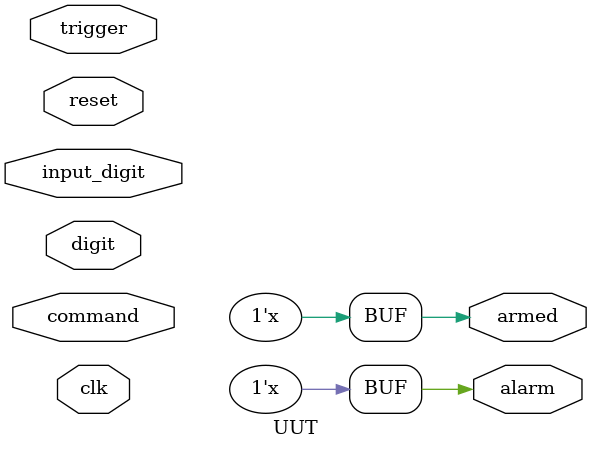
<source format=v>

/*
 *  OffCourse::Verilog
 *		- Home Security UUT
 *
 *  Copyright: Sybe
 *  License: GPLv3 or later
 */

module UUT (
    input reset,
    input clk,
    input [1:0] command,
    input [3:0] digit,
    input input_digit,
    input trigger,
    output reg alarm,
    output reg armed
	);

parameter DISARMED = 0,
ARM0 = 1,
ARM1 = 2,
ARM2 = 3,
ARMED = 4,
DISARM0 = 5,
DISARM1= 6,
DISARM2 = 7,
ALARM = 8,
ARM1B = 9,
ARM2B = 10,
DISARM1B = 11,
DISARM2B  = 12;

reg [3:0] state, next_state;

always @(posedge clk)begin
    if(reset) begin
    state <= DISARMED;
    end
    else begin
    state <= next_state;
    end
end

always @(*)begin
next_state = state;
alarm = alarm;
armed = armed;
    case(state)
    DISARMED: begin
    if(command == 2'b01) next_state = ARM0; else next_state = DISARMED;
    end
    ARM0: begin
    if(input_digit == 1 && digit == 1) next_state = ARM1;
    else if(input_digit == 1 && digit != 1) next_state = ARM1B;
    else next_state = ARM0;
    end
    ARM1: begin
    if(input_digit == 1 && digit == 2) next_state = ARM2;
    else if(input_digit == 1 && digit != 2) next_state = ARM2B;
    else next_state = ARM1;
    end
    ARM1B: begin
    if(input_digit == 1) next_state = ARM2B;
    else next_state = ARM1B;
    end
    ARM2B: begin
    if(input_digit == 1) next_state = DISARMED;
    else next_state = ARM2B;
    end
    ARM2: begin
    if(input_digit == 1 && digit == 4) next_state = ARMED;
    else if(input_digit == 1 && digit != 4) next_state = DISARMED;
    else next_state = ARM2;
    end
    ARMED: begin
    if(trigger == 1) next_state = ALARM;
    else if(trigger == 0 && command == 2) next_state = DISARM0;
    else next_state = ARMED;
    end
    ALARM: begin
    if(command == 2) next_state = DISARM0;
    else next_state = ALARM;
    end
    DISARM0: begin
    if(input_digit == 1 && digit == 1) next_state = DISARM1;
    else if(input_digit == 1 && digit != 1) next_state = DISARM1B;
    else next_state = DISARM0;
    end
    DISARM1: begin
    if(input_digit == 1 && digit == 2) next_state = DISARM2;
    else if(input_digit == 1 && digit != 2) next_state = DISARM2B;
    else next_state = DISARM1;
    end
    DISARM1B: begin
    if(input_digit == 1) next_state = DISARM2B;
    else next_state = DISARM1B;
    end
    DISARM2B: begin
    if(input_digit == 1) next_state =ARMED;
    else next_state = DISARM2B;
    end
    DISARM2: begin
    if(input_digit == 1 && digit != 4) next_state = ARMED;
    else if(input_digit == 1 && digit == 4) next_state = DISARMED;
    end
    default: begin end
    endcase
end

always @(*)begin
 if(state != DISARMED) begin
    if(state == ARMED) begin
        armed = 1;
    end
 end else begin
    armed = 0;
 end
 
end

always @(*)begin
 if(state == ALARM) begin
    alarm = 1;
 end else begin
    alarm = 0;
 end
end


endmodule

</source>
